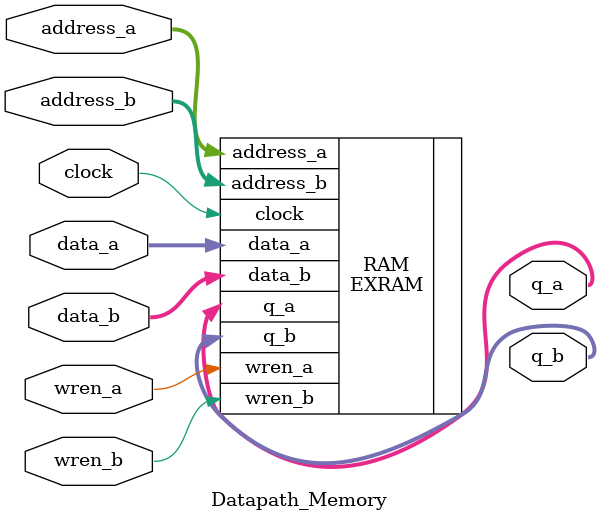
<source format=v>
module Datapath_Memory(input	[15:0]  address_a,
	input	[15:0]  address_b,
	input	  clock,
	input	[15:0]  data_a,
	input	[15:0]  data_b,
	input	  wren_a,
	input	  wren_b,
	output	[15:0]  q_a,
	output	[15:0]  q_b);
	
    EXRAM RAM(
    .address_a(address_a),
	.address_b(address_b),
	.clock(clock),
	.data_a(data_a),
	.data_b(data_b),
	.wren_a(wren_a),
	.wren_b(wren_b),
	.q_a(q_a),
	.q_b(q_b));


endmodule
</source>
